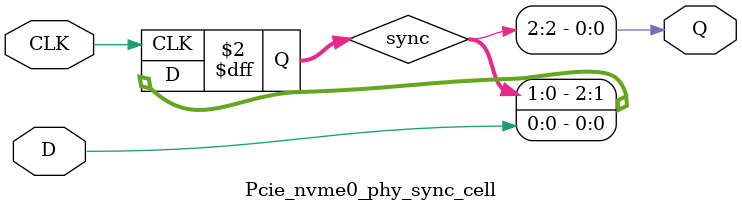
<source format=v>





`timescale 1ps / 1ps



//-------------------------------------------------------------------------------------------------
//  Synchronizer Library Module
//-------------------------------------------------------------------------------------------------
module Pcie_nvme0_phy_sync_cell #
(
    parameter integer STAGE = 2
)
(
    //-------------------------------------------------------------------------- 
    //  Input Ports
    //-------------------------------------------------------------------------- 
    input                               CLK,
    input                               D,
    
    //-------------------------------------------------------------------------- 
    //  Output Ports
    //-------------------------------------------------------------------------- 
    output                              Q
);

    //-------------------------------------------------------------------------- 
    //  Synchronized Signals
    //--------------------------------------------------------------------------  
    (* KEEP = "TRUE", ASYNC_REG = "TRUE", SHIFT_EXTRACT = "NO" *) reg [STAGE:0] sync;                                                            



//--------------------------------------------------------------------------------------------------
//  Synchronizier
//--------------------------------------------------------------------------------------------------
always @ (posedge CLK)
begin

    sync <= {sync[(STAGE-1):0], D};
            
end   



//--------------------------------------------------------------------------------------------------
//  Generate Output
//--------------------------------------------------------------------------------------------------
assign Q = sync[STAGE];


endmodule


</source>
